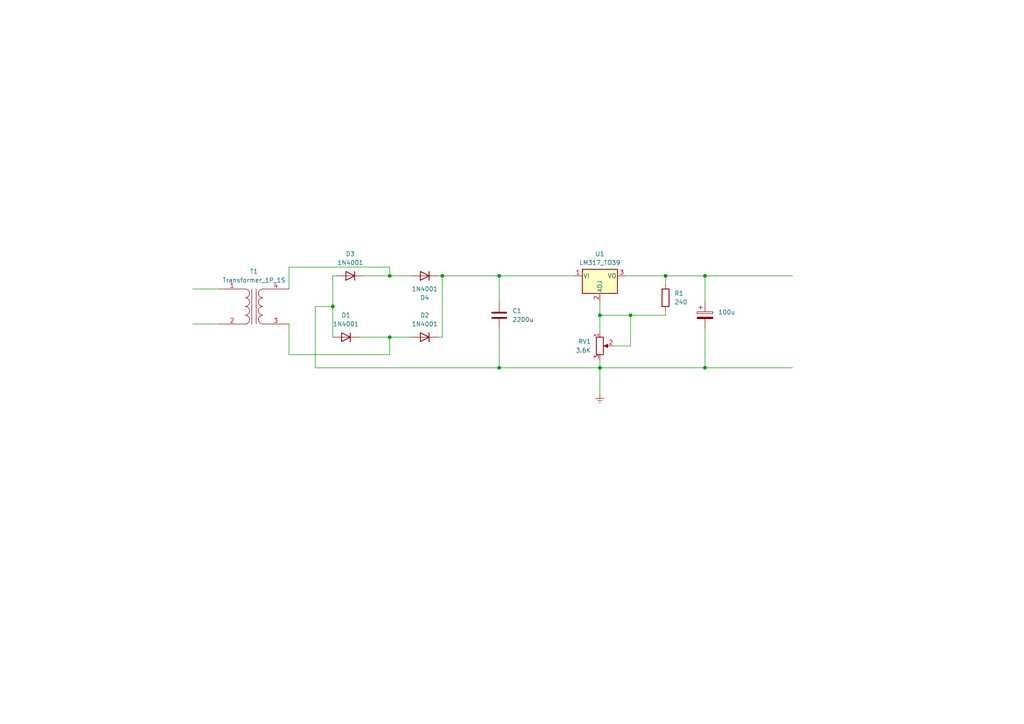
<source format=kicad_sch>
(kicad_sch (version 20230121) (generator eeschema)
  (paper "A4")
  (title_block (title "Ahmet Taner Full Wave Rectifier") (date "2024-02-19"))
  (lib_symbols
    (symbol "Device:C" (pin_numbers hide) (pin_names (offset 0.254))
      (property "Reference" "C" (at 0.635 2.54 0))
      (property "Value" "C" (at 0.635 -2.54 0))
      (symbol "C_0_1"
        (polyline (pts (xy -2.032 -0.762) (xy 2.032 -0.762)) (stroke (width 0.508)))
        (polyline (pts (xy -2.032 0.762) (xy 2.032 0.762)) (stroke (width 0.508)))
      )
      (symbol "C_1_1"
        (pin passive line (at 0 3.81 270) (length 2.794) (name "~") (number "1"))
        (pin passive line (at 0 -3.81 90) (length 2.794) (name "~") (number "2"))
      )
    )
    (symbol "Device:C_Polarized" (pin_numbers hide) (pin_names (offset 0.254))
      (property "Reference" "C" (at 0.635 2.54 0))
      (property "Value" "C_Polarized" (at 0.635 -2.54 0))
      (symbol "C_Polarized_0_1"
        (rectangle (start -2.286 0.508) (end 2.286 1.016))
        (polyline (pts (xy -1.778 2.286) (xy -0.762 2.286)))
        (polyline (pts (xy -1.27 2.794) (xy -1.27 1.778)))
        (rectangle (start 2.286 -0.508) (end -2.286 -1.016) (fill (type outline)))
      )
      (symbol "C_Polarized_1_1"
        (pin passive line (at 0 3.81 270) (length 2.794) (name "~") (number "1"))
        (pin passive line (at 0 -3.81 90) (length 2.794) (name "~") (number "2"))
      )
    )
    (symbol "Device:R" (pin_numbers hide) (pin_names (offset 0))
      (property "Reference" "R" (at 2.032 0 90))
      (property "Value" "R" (at 0 0 90))
      (symbol "R_0_1"
        (rectangle (start -1.016 -2.54) (end 1.016 2.54) (stroke (width 0.254)))
      )
      (symbol "R_1_1"
        (pin passive line (at 0 3.81 270) (length 1.27) (name "~") (number "1"))
        (pin passive line (at 0 -3.81 90) (length 1.27) (name "~") (number "2"))
      )
    )
    (symbol "Device:R_Potentiometer" (pin_names (offset 1.016) hide)
      (property "Reference" "RV" (at -4.445 0 90))
      (property "Value" "R_Potentiometer" (at -2.54 0 90))
      (symbol "R_Potentiometer_0_1"
        (polyline (pts (xy 2.54 0) (xy 1.524 0)))
        (polyline (pts (xy 1.143 0) (xy 2.286 0.508) (xy 2.286 -0.508) (xy 1.143 0)) (fill (type outline)))
        (rectangle (start 1.016 2.54) (end -1.016 -2.54) (stroke (width 0.254)))
      )
      (symbol "R_Potentiometer_1_1"
        (pin passive line (at 0 3.81 270) (length 1.27) (name "1") (number "1"))
        (pin passive line (at 3.81 0 180) (length 1.27) (name "2") (number "2"))
        (pin passive line (at 0 -3.81 90) (length 1.27) (name "3") (number "3"))
      )
    )
    (symbol "Device:Transformer_1P_1S" (pin_names (offset 1.016) hide)
      (property "Reference" "T" (at 0 6.35 0))
      (property "Value" "Transformer_1P_1S" (at 0 -7.62 0))
      (symbol "Transformer_1P_1S_0_1"
        (arc (start -2.54 -5.0546) (mid -1.6599 -4.6901) (end -1.27 -3.81))
        (arc (start -2.54 -2.5146) (mid -1.6599 -2.1501) (end -1.27 -1.27))
        (arc (start -2.54 0.0254) (mid -1.6599 0.3899) (end -1.27 1.27))
        (arc (start -2.54 2.5654) (mid -1.6599 2.9299) (end -1.27 3.81))
        (arc (start -1.27 -3.81) (mid -1.642 -2.912) (end -2.54 -2.54))
        (arc (start -1.27 -1.27) (mid -1.642 -0.372) (end -2.54 0))
        (arc (start -1.27 1.27) (mid -1.642 2.168) (end -2.54 2.54))
        (arc (start -1.27 3.81) (mid -1.642 4.708) (end -2.54 5.08))
        (polyline (pts (xy -0.635 5.08) (xy -0.635 -5.08)))
        (polyline (pts (xy 0.635 -5.08) (xy 0.635 5.08)))
        (arc (start 1.2954 -1.27) (mid 1.6599 -2.1501) (end 2.54 -2.5146))
        (arc (start 1.2954 1.27) (mid 1.6599 0.3899) (end 2.54 0.0254))
        (arc (start 1.2954 3.81) (mid 1.6599 2.9299) (end 2.54 2.5654))
        (arc (start 1.3208 -3.81) (mid 1.6853 -4.6901) (end 2.5654 -5.0546))
        (arc (start 2.54 0) (mid 1.642 -0.372) (end 1.2954 -1.27))
        (arc (start 2.54 2.54) (mid 1.642 2.168) (end 1.2954 1.27))
        (arc (start 2.54 5.08) (mid 1.642 4.708) (end 1.2954 3.81))
        (arc (start 2.5654 -2.54) (mid 1.6674 -2.912) (end 1.3208 -3.81))
      )
      (symbol "Transformer_1P_1S_1_1"
        (pin passive line (at -10.16 5.08 0) (length 7.62) (name "AA") (number "1"))
        (pin passive line (at -10.16 -5.08 0) (length 7.62) (name "AB") (number "2"))
        (pin passive line (at 10.16 -5.08 180) (length 7.62) (name "SA") (number "3"))
        (pin passive line (at 10.16 5.08 180) (length 7.62) (name "SB") (number "4"))
      )
    )
    (symbol "Diode:1N4001" (pin_numbers hide) (pin_names hide)
      (property "Reference" "D" (at 0 2.54 0))
      (property "Value" "1N4001" (at 0 -2.54 0))
      (symbol "1N4001_0_1"
        (polyline (pts (xy -1.27 1.27) (xy -1.27 -1.27)) (stroke (width 0.254)))
        (polyline (pts (xy 1.27 0) (xy -1.27 0)))
        (polyline (pts (xy 1.27 1.27) (xy 1.27 -1.27) (xy -1.27 0) (xy 1.27 1.27)) (stroke (width 0.254)))
      )
      (symbol "1N4001_1_1"
        (pin passive line (at -3.81 0 0) (length 2.54) (name "K") (number "1"))
        (pin passive line (at 3.81 0 180) (length 2.54) (name "A") (number "2"))
      )
    )
    (symbol "Regulator_Linear:LM317_TO39" (pin_names (offset 0.254))
      (property "Reference" "U" (at -3.81 3.175 0))
      (property "Value" "LM317_TO39" (at 0 3.175 0))
      (symbol "LM317_TO39_0_1"
        (rectangle (start -5.08 1.905) (end 5.08 -5.08) (stroke (width 0.254)) (fill (type background)))
      )
      (symbol "LM317_TO39_1_1"
        (pin power_in line (at -7.62 0 0) (length 2.54) (name "VI") (number "1"))
        (pin input line (at 0 -7.62 90) (length 2.54) (name "ADJ") (number "2"))
        (pin power_out line (at 7.62 0 180) (length 2.54) (name "VO") (number "3"))
      )
    )
    (symbol "power:Earth" (power) (pin_names (offset 0))
      (symbol "Earth_0_1"
        (polyline (pts (xy -0.635 -1.905) (xy 0.635 -1.905)))
        (polyline (pts (xy -0.127 -2.54) (xy 0.127 -2.54)))
        (polyline (pts (xy 0 -1.27) (xy 0 0)))
        (polyline (pts (xy 1.27 -1.27) (xy -1.27 -1.27)))
      )
      (symbol "Earth_1_1"
        (pin power_in line (at 0 0 270) (length 0) hide (name "Earth") (number "1"))
      )
    )
  )
  (junction (at 182.88 91.44))
  (junction (at 128.27 80.01))
  (junction (at 144.78 80.01))
  (junction (at 204.47 106.68))
  (junction (at 144.78 106.68))
  (junction (at 173.99 106.68))
  (junction (at 193.04 80.01))
  (junction (at 204.47 80.01))
  (junction (at 113.03 97.79))
  (junction (at 96.52 88.9))
  (junction (at 173.99 91.44))
  (junction (at 113.03 80.01))
  (wire (pts (xy 91.44 106.68) (xy 144.78 106.68)))
  (wire (pts (xy 83.82 93.98) (xy 83.82 102.87)))
  (wire (pts (xy 193.04 90.17) (xy 193.04 91.44)))
  (wire (pts (xy 182.88 91.44) (xy 173.99 91.44)))
  (wire (pts (xy 83.82 77.47) (xy 113.03 77.47)))
  (wire (pts (xy 144.78 80.01) (xy 166.37 80.01)))
  (wire (pts (xy 83.82 102.87) (xy 113.03 102.87)))
  (wire (pts (xy 173.99 106.68) (xy 173.99 114.3)))
  (wire (pts (xy 204.47 80.01) (xy 193.04 80.01)))
  (wire (pts (xy 144.78 95.25) (xy 144.78 106.68)))
  (wire (pts (xy 173.99 87.63) (xy 173.99 91.44)))
  (wire (pts (xy 127 97.79) (xy 128.27 97.79)))
  (wire (pts (xy 204.47 106.68) (xy 229.87 106.68)))
  (wire (pts (xy 113.03 80.01) (xy 119.38 80.01)))
  (wire (pts (xy 182.88 100.33) (xy 182.88 91.44)))
  (wire (pts (xy 96.52 88.9) (xy 91.44 88.9)))
  (wire (pts (xy 113.03 77.47) (xy 113.03 80.01)))
  (wire (pts (xy 144.78 87.63) (xy 144.78 80.01)))
  (wire (pts (xy 105.41 80.01) (xy 113.03 80.01)))
  (wire (pts (xy 96.52 88.9) (xy 96.52 97.79)))
  (wire (pts (xy 173.99 104.14) (xy 173.99 106.68)))
  (wire (pts (xy 181.61 80.01) (xy 193.04 80.01)))
  (wire (pts (xy 83.82 83.82) (xy 83.82 77.47)))
  (wire (pts (xy 173.99 91.44) (xy 173.99 96.52)))
  (wire (pts (xy 113.03 97.79) (xy 119.38 97.79)))
  (wire (pts (xy 177.8 100.33) (xy 182.88 100.33)))
  (wire (pts (xy 144.78 106.68) (xy 173.99 106.68)))
  (wire (pts (xy 104.14 97.79) (xy 113.03 97.79)))
  (wire (pts (xy 193.04 91.44) (xy 182.88 91.44)))
  (wire (pts (xy 128.27 80.01) (xy 127 80.01)))
  (wire (pts (xy 96.52 80.01) (xy 96.52 88.9)))
  (wire (pts (xy 193.04 82.55) (xy 193.04 80.01)))
  (wire (pts (xy 91.44 88.9) (xy 91.44 106.68)))
  (wire (pts (xy 204.47 80.01) (xy 229.87 80.01)))
  (wire (pts (xy 113.03 102.87) (xy 113.03 97.79)))
  (wire (pts (xy 55.88 93.98) (xy 63.5 93.98)))
  (wire (pts (xy 204.47 87.63) (xy 204.47 80.01)))
  (wire (pts (xy 97.79 80.01) (xy 96.52 80.01)))
  (wire (pts (xy 128.27 80.01) (xy 144.78 80.01)))
  (wire (pts (xy 204.47 106.68) (xy 204.47 95.25)))
  (wire (pts (xy 128.27 97.79) (xy 128.27 80.01)))
  (wire (pts (xy 173.99 106.68) (xy 204.47 106.68)))
  (wire (pts (xy 55.88 83.82) (xy 63.5 83.82)))
  (symbol (lib_id "Diode:1N4001") (at 101.6 80.01 180) (unit 1)
    (property "Reference" "D3" (at 101.6 73.66 0))
    (property "Value" "1N4001" (at 101.6 76.2 0))
    (property "Footprint" "Diode_THT:D_DO-41_SOD81_P10.16mm_Horizontal" (effects hide))
    (property "Datasheet" "http://www.vishay.com/docs/88503/1n4001.pdf" (effects hide))
    (property "Sim.Device" "D" (effects hide))
    (property "Sim.Pins" "1=K 2=A" (effects hide))
  )
  (symbol (lib_id "Diode:1N4001") (at 100.33 97.79 180) (unit 1)
    (property "Reference" "D1" (at 100.33 91.44 0))
    (property "Value" "1N4001" (at 100.33 93.98 0))
    (property "Footprint" "Diode_THT:D_DO-41_SOD81_P10.16mm_Horizontal" (effects hide))
    (property "Datasheet" "http://www.vishay.com/docs/88503/1n4001.pdf" (effects hide))
    (property "Sim.Device" "D" (effects hide))
    (property "Sim.Pins" "1=K 2=A" (effects hide))
  )
  (symbol (lib_id "Diode:1N4001") (at 123.19 80.01 180) (unit 1)
    (property "Reference" "D4" (at 123.19 86.36 0))
    (property "Value" "1N4001" (at 123.19 83.82 0))
    (property "Footprint" "Diode_THT:D_DO-41_SOD81_P10.16mm_Horizontal" (effects hide))
    (property "Datasheet" "http://www.vishay.com/docs/88503/1n4001.pdf" (effects hide))
    (property "Sim.Device" "D" (effects hide))
    (property "Sim.Pins" "1=K 2=A" (effects hide))
  )
  (symbol (lib_id "Device:R_Potentiometer") (at 173.99 100.33 0) (unit 1)
    (property "Reference" "RV1" (at 171.45 99.06 0) (effects (justify right)))
    (property "Value" "3.6K" (at 171.45 101.6 0) (effects (justify right)))
  )
  (symbol (lib_id "Device:C_Polarized") (at 204.47 91.44 0) (unit 1)
    (property "Reference" "C2" (effects hide))
    (property "Value" "100u" (at 208.28 90.551 0) (effects (justify left)))
  )
  (symbol (lib_id "Regulator_Linear:LM317_TO39") (at 173.99 80.01 0) (unit 1)
    (property "Reference" "U1" (at 173.99 73.66 0))
    (property "Value" "LM317_TO39" (at 173.99 76.2 0))
    (property "Footprint" "Package_TO_SOT_THT:TO-39-3" (effects hide))
    (property "Datasheet" "http://www.ti.com/lit/ds/symlink/lm317.pdf" (effects hide))
  )
  (symbol (lib_id "Device:R") (at 193.04 86.36 0) (unit 1)
    (property "Reference" "R1" (at 195.58 85.09 0) (effects (justify left)))
    (property "Value" "240" (at 195.58 87.63 0) (effects (justify left)))
  )
  (symbol (lib_id "Device:C") (at 144.78 91.44 0) (unit 1)
    (property "Reference" "C1" (at 148.59 90.17 0) (effects (justify left)))
    (property "Value" "2200u" (at 148.59 92.71 0) (effects (justify left)))
  )
  (symbol (lib_id "Device:Transformer_1P_1S") (at 73.66 88.9 0) (unit 1)
    (property "Reference" "T1" (at 73.6727 78.74 0))
    (property "Value" "Transformer_1P_1S" (at 73.6727 81.28 0))
  )
  (symbol (lib_id "power:Earth") (at 173.99 114.3 0) (unit 1)
    (property "Reference" "#PWR01" (effects hide))
    (property "Value" "Earth" (effects hide))
  )
  (symbol (lib_id "Diode:1N4001") (at 123.19 97.79 180) (unit 1)
    (property "Reference" "D2" (at 123.19 91.44 0))
    (property "Value" "1N4001" (at 123.19 93.98 0))
    (property "Footprint" "Diode_THT:D_DO-41_SOD81_P10.16mm_Horizontal" (effects hide))
    (property "Datasheet" "http://www.vishay.com/docs/88503/1n4001.pdf" (effects hide))
    (property "Sim.Device" "D" (effects hide))
    (property "Sim.Pins" "1=K 2=A" (effects hide))
  )
)
</source>
